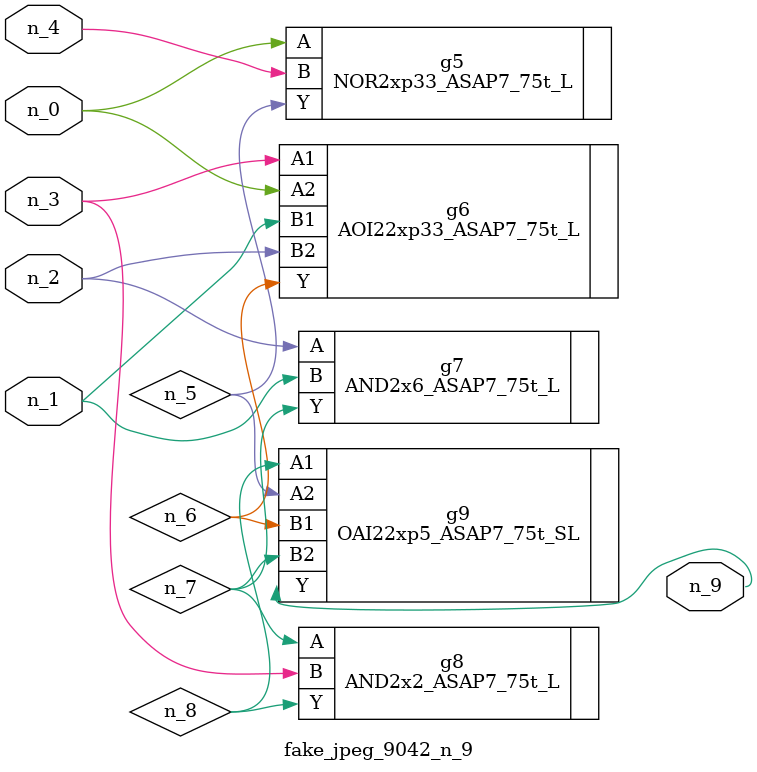
<source format=v>
module fake_jpeg_9042_n_9 (n_3, n_2, n_1, n_0, n_4, n_9);

input n_3;
input n_2;
input n_1;
input n_0;
input n_4;

output n_9;

wire n_8;
wire n_6;
wire n_5;
wire n_7;

NOR2xp33_ASAP7_75t_L g5 ( 
.A(n_0),
.B(n_4),
.Y(n_5)
);

AOI22xp33_ASAP7_75t_L g6 ( 
.A1(n_3),
.A2(n_0),
.B1(n_1),
.B2(n_2),
.Y(n_6)
);

AND2x6_ASAP7_75t_L g7 ( 
.A(n_2),
.B(n_1),
.Y(n_7)
);

AND2x2_ASAP7_75t_L g8 ( 
.A(n_7),
.B(n_3),
.Y(n_8)
);

OAI22xp5_ASAP7_75t_SL g9 ( 
.A1(n_8),
.A2(n_5),
.B1(n_6),
.B2(n_7),
.Y(n_9)
);


endmodule
</source>
